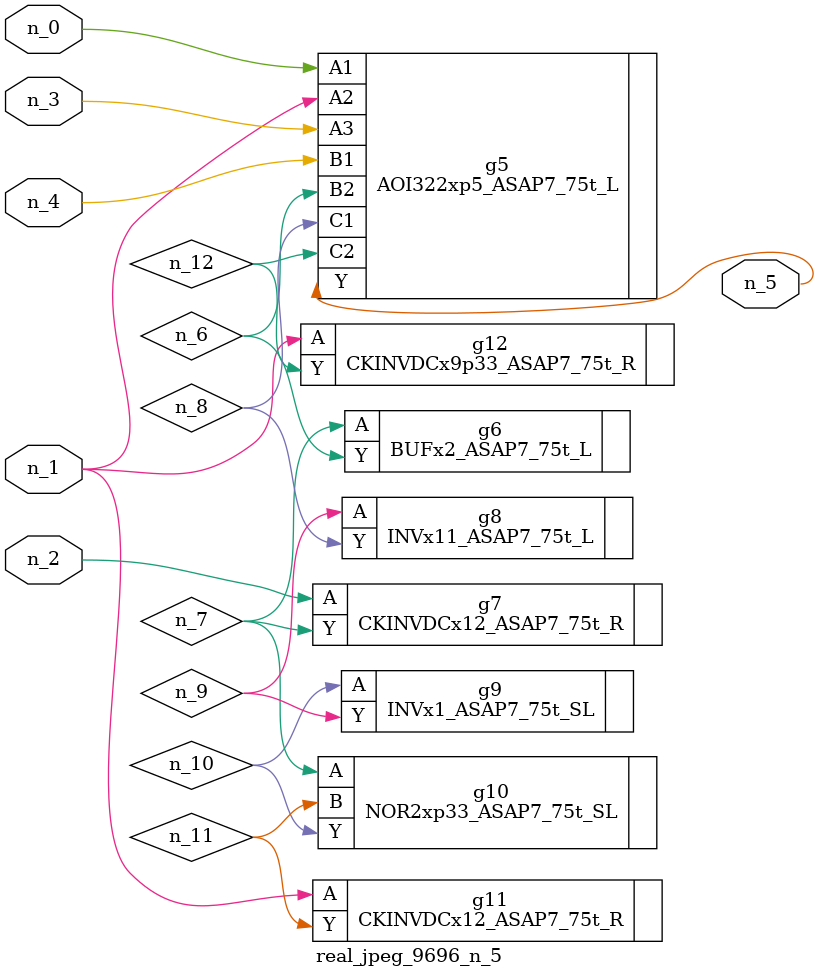
<source format=v>
module real_jpeg_9696_n_5 (n_4, n_0, n_1, n_2, n_3, n_5);

input n_4;
input n_0;
input n_1;
input n_2;
input n_3;

output n_5;

wire n_12;
wire n_8;
wire n_11;
wire n_6;
wire n_7;
wire n_10;
wire n_9;

AOI322xp5_ASAP7_75t_L g5 ( 
.A1(n_0),
.A2(n_1),
.A3(n_3),
.B1(n_4),
.B2(n_6),
.C1(n_8),
.C2(n_12),
.Y(n_5)
);

CKINVDCx12_ASAP7_75t_R g11 ( 
.A(n_1),
.Y(n_11)
);

CKINVDCx9p33_ASAP7_75t_R g12 ( 
.A(n_1),
.Y(n_12)
);

CKINVDCx12_ASAP7_75t_R g7 ( 
.A(n_2),
.Y(n_7)
);

BUFx2_ASAP7_75t_L g6 ( 
.A(n_7),
.Y(n_6)
);

NOR2xp33_ASAP7_75t_SL g10 ( 
.A(n_7),
.B(n_11),
.Y(n_10)
);

INVx11_ASAP7_75t_L g8 ( 
.A(n_9),
.Y(n_8)
);

INVx1_ASAP7_75t_SL g9 ( 
.A(n_10),
.Y(n_9)
);


endmodule
</source>
